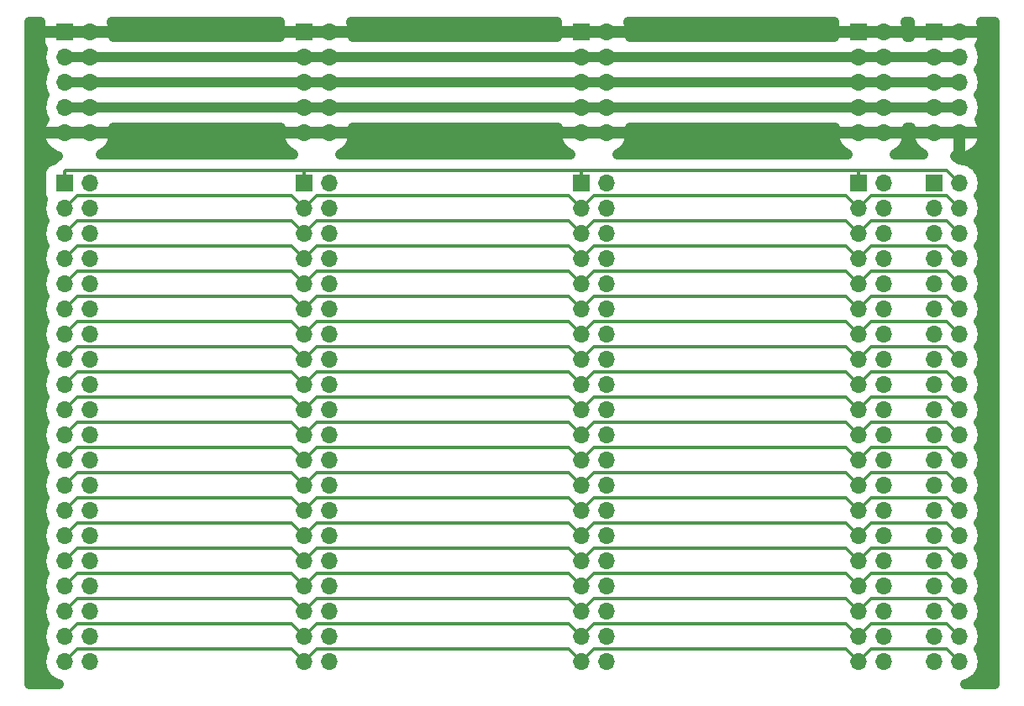
<source format=gbr>
G04 #@! TF.GenerationSoftware,KiCad,Pcbnew,(5.1.4)-1*
G04 #@! TF.CreationDate,2019-12-08T17:51:34+02:00*
G04 #@! TF.ProjectId,Backplane,4261636b-706c-4616-9e65-2e6b69636164,rev?*
G04 #@! TF.SameCoordinates,PX2455c20PY5ad6650*
G04 #@! TF.FileFunction,Copper,L1,Top*
G04 #@! TF.FilePolarity,Positive*
%FSLAX46Y46*%
G04 Gerber Fmt 4.6, Leading zero omitted, Abs format (unit mm)*
G04 Created by KiCad (PCBNEW (5.1.4)-1) date 2019-12-08 17:51:34*
%MOMM*%
%LPD*%
G04 APERTURE LIST*
%ADD10O,1.700000X1.700000*%
%ADD11R,1.700000X1.700000*%
%ADD12C,1.000000*%
%ADD13C,0.300000*%
G04 APERTURE END LIST*
D10*
X7620000Y3810000D03*
X5080000Y3810000D03*
X7620000Y6350000D03*
X5080000Y6350000D03*
X7620000Y8890000D03*
X5080000Y8890000D03*
X7620000Y11430000D03*
X5080000Y11430000D03*
X7620000Y13970000D03*
X5080000Y13970000D03*
X7620000Y16510000D03*
X5080000Y16510000D03*
X7620000Y19050000D03*
X5080000Y19050000D03*
X7620000Y21590000D03*
X5080000Y21590000D03*
X7620000Y24130000D03*
X5080000Y24130000D03*
X7620000Y26670000D03*
X5080000Y26670000D03*
X7620000Y29210000D03*
X5080000Y29210000D03*
X7620000Y31750000D03*
X5080000Y31750000D03*
X7620000Y34290000D03*
X5080000Y34290000D03*
X7620000Y36830000D03*
X5080000Y36830000D03*
X7620000Y39370000D03*
X5080000Y39370000D03*
X7620000Y41910000D03*
X5080000Y41910000D03*
X7620000Y44450000D03*
X5080000Y44450000D03*
X7620000Y46990000D03*
X5080000Y46990000D03*
X7620000Y49530000D03*
X5080000Y49530000D03*
X7620000Y52070000D03*
D11*
X5080000Y52070000D03*
D10*
X95250000Y3810000D03*
X92710000Y3810000D03*
X95250000Y6350000D03*
X92710000Y6350000D03*
X95250000Y8890000D03*
X92710000Y8890000D03*
X95250000Y11430000D03*
X92710000Y11430000D03*
X95250000Y13970000D03*
X92710000Y13970000D03*
X95250000Y16510000D03*
X92710000Y16510000D03*
X95250000Y19050000D03*
X92710000Y19050000D03*
X95250000Y21590000D03*
X92710000Y21590000D03*
X95250000Y24130000D03*
X92710000Y24130000D03*
X95250000Y26670000D03*
X92710000Y26670000D03*
X95250000Y29210000D03*
X92710000Y29210000D03*
X95250000Y31750000D03*
X92710000Y31750000D03*
X95250000Y34290000D03*
X92710000Y34290000D03*
X95250000Y36830000D03*
X92710000Y36830000D03*
X95250000Y39370000D03*
X92710000Y39370000D03*
X95250000Y41910000D03*
X92710000Y41910000D03*
X95250000Y44450000D03*
X92710000Y44450000D03*
X95250000Y46990000D03*
X92710000Y46990000D03*
X95250000Y49530000D03*
X92710000Y49530000D03*
X95250000Y52070000D03*
D11*
X92710000Y52070000D03*
D10*
X95250000Y57150000D03*
X92710000Y57150000D03*
X95250000Y59690000D03*
X92710000Y59690000D03*
X95250000Y62230000D03*
X92710000Y62230000D03*
X95250000Y64770000D03*
X92710000Y64770000D03*
X95250000Y67310000D03*
D11*
X92710000Y67310000D03*
D10*
X7620000Y57150000D03*
X5080000Y57150000D03*
X7620000Y59690000D03*
X5080000Y59690000D03*
X7620000Y62230000D03*
X5080000Y62230000D03*
X7620000Y64770000D03*
X5080000Y64770000D03*
X7620000Y67310000D03*
D11*
X5080000Y67310000D03*
X85090000Y52070000D03*
D10*
X87630000Y52070000D03*
X85090000Y49530000D03*
X87630000Y49530000D03*
X85090000Y46990000D03*
X87630000Y46990000D03*
X85090000Y44450000D03*
X87630000Y44450000D03*
X85090000Y41910000D03*
X87630000Y41910000D03*
X85090000Y39370000D03*
X87630000Y39370000D03*
X85090000Y36830000D03*
X87630000Y36830000D03*
X85090000Y34290000D03*
X87630000Y34290000D03*
X85090000Y31750000D03*
X87630000Y31750000D03*
X85090000Y29210000D03*
X87630000Y29210000D03*
X85090000Y26670000D03*
X87630000Y26670000D03*
X85090000Y24130000D03*
X87630000Y24130000D03*
X85090000Y21590000D03*
X87630000Y21590000D03*
X85090000Y19050000D03*
X87630000Y19050000D03*
X85090000Y16510000D03*
X87630000Y16510000D03*
X85090000Y13970000D03*
X87630000Y13970000D03*
X85090000Y11430000D03*
X87630000Y11430000D03*
X85090000Y8890000D03*
X87630000Y8890000D03*
X85090000Y6350000D03*
X87630000Y6350000D03*
X85090000Y3810000D03*
X87630000Y3810000D03*
X59690000Y3810000D03*
X57150000Y3810000D03*
X59690000Y6350000D03*
X57150000Y6350000D03*
X59690000Y8890000D03*
X57150000Y8890000D03*
X59690000Y11430000D03*
X57150000Y11430000D03*
X59690000Y13970000D03*
X57150000Y13970000D03*
X59690000Y16510000D03*
X57150000Y16510000D03*
X59690000Y19050000D03*
X57150000Y19050000D03*
X59690000Y21590000D03*
X57150000Y21590000D03*
X59690000Y24130000D03*
X57150000Y24130000D03*
X59690000Y26670000D03*
X57150000Y26670000D03*
X59690000Y29210000D03*
X57150000Y29210000D03*
X59690000Y31750000D03*
X57150000Y31750000D03*
X59690000Y34290000D03*
X57150000Y34290000D03*
X59690000Y36830000D03*
X57150000Y36830000D03*
X59690000Y39370000D03*
X57150000Y39370000D03*
X59690000Y41910000D03*
X57150000Y41910000D03*
X59690000Y44450000D03*
X57150000Y44450000D03*
X59690000Y46990000D03*
X57150000Y46990000D03*
X59690000Y49530000D03*
X57150000Y49530000D03*
X59690000Y52070000D03*
D11*
X57150000Y52070000D03*
X29210000Y52070000D03*
D10*
X31750000Y52070000D03*
X29210000Y49530000D03*
X31750000Y49530000D03*
X29210000Y46990000D03*
X31750000Y46990000D03*
X29210000Y44450000D03*
X31750000Y44450000D03*
X29210000Y41910000D03*
X31750000Y41910000D03*
X29210000Y39370000D03*
X31750000Y39370000D03*
X29210000Y36830000D03*
X31750000Y36830000D03*
X29210000Y34290000D03*
X31750000Y34290000D03*
X29210000Y31750000D03*
X31750000Y31750000D03*
X29210000Y29210000D03*
X31750000Y29210000D03*
X29210000Y26670000D03*
X31750000Y26670000D03*
X29210000Y24130000D03*
X31750000Y24130000D03*
X29210000Y21590000D03*
X31750000Y21590000D03*
X29210000Y19050000D03*
X31750000Y19050000D03*
X29210000Y16510000D03*
X31750000Y16510000D03*
X29210000Y13970000D03*
X31750000Y13970000D03*
X29210000Y11430000D03*
X31750000Y11430000D03*
X29210000Y8890000D03*
X31750000Y8890000D03*
X29210000Y6350000D03*
X31750000Y6350000D03*
X29210000Y3810000D03*
X31750000Y3810000D03*
D11*
X85090000Y67310000D03*
D10*
X87630000Y67310000D03*
X85090000Y64770000D03*
X87630000Y64770000D03*
X85090000Y62230000D03*
X87630000Y62230000D03*
X85090000Y59690000D03*
X87630000Y59690000D03*
X85090000Y57150000D03*
X87630000Y57150000D03*
X59690000Y57150000D03*
X57150000Y57150000D03*
X59690000Y59690000D03*
X57150000Y59690000D03*
X59690000Y62230000D03*
X57150000Y62230000D03*
X59690000Y64770000D03*
X57150000Y64770000D03*
X59690000Y67310000D03*
D11*
X57150000Y67310000D03*
X29210000Y67310000D03*
D10*
X31750000Y67310000D03*
X29210000Y64770000D03*
X31750000Y64770000D03*
X29210000Y62230000D03*
X31750000Y62230000D03*
X29210000Y59690000D03*
X31750000Y59690000D03*
X29210000Y57150000D03*
X31750000Y57150000D03*
D12*
X95250000Y62230000D02*
X92710000Y62230000D01*
X92710000Y62230000D02*
X87630000Y62230000D01*
X87630000Y62230000D02*
X85090000Y62230000D01*
X85090000Y62230000D02*
X59690000Y62230000D01*
X59690000Y62230000D02*
X57150000Y62230000D01*
X29210000Y62230000D02*
X31750000Y62230000D01*
X31750000Y62230000D02*
X57150000Y62230000D01*
X5080000Y62230000D02*
X7620000Y62230000D01*
X7620000Y62230000D02*
X29210000Y62230000D01*
X95250000Y64770000D02*
X92710000Y64770000D01*
X92710000Y64770000D02*
X87630000Y64770000D01*
X85090000Y64770000D02*
X59690000Y64770000D01*
X87630000Y64770000D02*
X85090000Y64770000D01*
X57150000Y64770000D02*
X59690000Y64770000D01*
X57150000Y64770000D02*
X31750000Y64770000D01*
X31750000Y64770000D02*
X29210000Y64770000D01*
X29210000Y64770000D02*
X7620000Y64770000D01*
X7620000Y64770000D02*
X5080000Y64770000D01*
D13*
X85939999Y17359999D02*
X85090000Y16510000D01*
X86340001Y17760001D02*
X85939999Y17359999D01*
X93999999Y17760001D02*
X86340001Y17760001D01*
X95250000Y16510000D02*
X93999999Y17760001D01*
X57999999Y17359999D02*
X57150000Y16510000D01*
X58400001Y17760001D02*
X57999999Y17359999D01*
X83839999Y17760001D02*
X58400001Y17760001D01*
X85090000Y16510000D02*
X83839999Y17760001D01*
X30059999Y17359999D02*
X29210000Y16510000D01*
X30460001Y17760001D02*
X30059999Y17359999D01*
X55899999Y17760001D02*
X30460001Y17760001D01*
X57150000Y16510000D02*
X55899999Y17760001D01*
X5929999Y17359999D02*
X5080000Y16510000D01*
X6330001Y17760001D02*
X5929999Y17359999D01*
X27959999Y17760001D02*
X6330001Y17760001D01*
X29210000Y16510000D02*
X27959999Y17760001D01*
X85939999Y19899999D02*
X85090000Y19050000D01*
X86340001Y20300001D02*
X85939999Y19899999D01*
X93999999Y20300001D02*
X86340001Y20300001D01*
X95250000Y19050000D02*
X93999999Y20300001D01*
X57999999Y19899999D02*
X57150000Y19050000D01*
X58400001Y20300001D02*
X57999999Y19899999D01*
X83839999Y20300001D02*
X58400001Y20300001D01*
X85090000Y19050000D02*
X83839999Y20300001D01*
X30059999Y19899999D02*
X29210000Y19050000D01*
X30460001Y20300001D02*
X30059999Y19899999D01*
X55899999Y20300001D02*
X30460001Y20300001D01*
X57150000Y19050000D02*
X55899999Y20300001D01*
X5929999Y19899999D02*
X5080000Y19050000D01*
X6330001Y20300001D02*
X5929999Y19899999D01*
X27959999Y20300001D02*
X6330001Y20300001D01*
X29210000Y19050000D02*
X27959999Y20300001D01*
X85939999Y24979999D02*
X85090000Y24130000D01*
X86340001Y25380001D02*
X85939999Y24979999D01*
X93999999Y25380001D02*
X86340001Y25380001D01*
X95250000Y24130000D02*
X93999999Y25380001D01*
X57999999Y24979999D02*
X57150000Y24130000D01*
X58400001Y25380001D02*
X57999999Y24979999D01*
X83839999Y25380001D02*
X58400001Y25380001D01*
X85090000Y24130000D02*
X83839999Y25380001D01*
X30059999Y24979999D02*
X29210000Y24130000D01*
X30460001Y25380001D02*
X30059999Y24979999D01*
X55899999Y25380001D02*
X30460001Y25380001D01*
X57150000Y24130000D02*
X55899999Y25380001D01*
X5929999Y24979999D02*
X5080000Y24130000D01*
X6330001Y25380001D02*
X5929999Y24979999D01*
X27959999Y25380001D02*
X6330001Y25380001D01*
X29210000Y24130000D02*
X27959999Y25380001D01*
X85939999Y27519999D02*
X85090000Y26670000D01*
X86340001Y27920001D02*
X85939999Y27519999D01*
X93999999Y27920001D02*
X86340001Y27920001D01*
X95250000Y26670000D02*
X93999999Y27920001D01*
X57999999Y27519999D02*
X57150000Y26670000D01*
X58400001Y27920001D02*
X57999999Y27519999D01*
X83839999Y27920001D02*
X58400001Y27920001D01*
X85090000Y26670000D02*
X83839999Y27920001D01*
X30059999Y27519999D02*
X29210000Y26670000D01*
X30460001Y27920001D02*
X30059999Y27519999D01*
X55899999Y27920001D02*
X30460001Y27920001D01*
X57150000Y26670000D02*
X55899999Y27920001D01*
X5929999Y27519999D02*
X5080000Y26670000D01*
X6330001Y27920001D02*
X5929999Y27519999D01*
X27959999Y27920001D02*
X6330001Y27920001D01*
X29210000Y26670000D02*
X27959999Y27920001D01*
X85939999Y30059999D02*
X85090000Y29210000D01*
X86340001Y30460001D02*
X85939999Y30059999D01*
X93999999Y30460001D02*
X86340001Y30460001D01*
X95250000Y29210000D02*
X93999999Y30460001D01*
X57999999Y30059999D02*
X57150000Y29210000D01*
X58400001Y30460001D02*
X57999999Y30059999D01*
X83839999Y30460001D02*
X58400001Y30460001D01*
X85090000Y29210000D02*
X83839999Y30460001D01*
X30059999Y30059999D02*
X29210000Y29210000D01*
X30460001Y30460001D02*
X30059999Y30059999D01*
X55899999Y30460001D02*
X30460001Y30460001D01*
X57150000Y29210000D02*
X55899999Y30460001D01*
X5929999Y30059999D02*
X5080000Y29210000D01*
X6330001Y30460001D02*
X5929999Y30059999D01*
X27959999Y30460001D02*
X6330001Y30460001D01*
X29210000Y29210000D02*
X27959999Y30460001D01*
X85939999Y32599999D02*
X85090000Y31750000D01*
X86340001Y33000001D02*
X85939999Y32599999D01*
X93999999Y33000001D02*
X86340001Y33000001D01*
X95250000Y31750000D02*
X93999999Y33000001D01*
X57999999Y32599999D02*
X57150000Y31750000D01*
X58400001Y33000001D02*
X57999999Y32599999D01*
X83839999Y33000001D02*
X58400001Y33000001D01*
X85090000Y31750000D02*
X83839999Y33000001D01*
X30059999Y32599999D02*
X29210000Y31750000D01*
X30460001Y33000001D02*
X30059999Y32599999D01*
X55899999Y33000001D02*
X30460001Y33000001D01*
X57150000Y31750000D02*
X55899999Y33000001D01*
X5929999Y32599999D02*
X5080000Y31750000D01*
X6330001Y33000001D02*
X5929999Y32599999D01*
X27959999Y33000001D02*
X6330001Y33000001D01*
X29210000Y31750000D02*
X27959999Y33000001D01*
X85939999Y35139999D02*
X85090000Y34290000D01*
X86340001Y35540001D02*
X85939999Y35139999D01*
X93999999Y35540001D02*
X86340001Y35540001D01*
X95250000Y34290000D02*
X93999999Y35540001D01*
X57999999Y35139999D02*
X57150000Y34290000D01*
X58400001Y35540001D02*
X57999999Y35139999D01*
X83839999Y35540001D02*
X58400001Y35540001D01*
X85090000Y34290000D02*
X83839999Y35540001D01*
X30059999Y35139999D02*
X29210000Y34290000D01*
X30460001Y35540001D02*
X30059999Y35139999D01*
X55899999Y35540001D02*
X30460001Y35540001D01*
X57150000Y34290000D02*
X55899999Y35540001D01*
X5929999Y35139999D02*
X5080000Y34290000D01*
X6330001Y35540001D02*
X5929999Y35139999D01*
X27959999Y35540001D02*
X6330001Y35540001D01*
X29210000Y34290000D02*
X27959999Y35540001D01*
X85939999Y37679999D02*
X85090000Y36830000D01*
X86340001Y38080001D02*
X85939999Y37679999D01*
X93999999Y38080001D02*
X86340001Y38080001D01*
X95250000Y36830000D02*
X93999999Y38080001D01*
X57999999Y37679999D02*
X57150000Y36830000D01*
X58400001Y38080001D02*
X57999999Y37679999D01*
X83839999Y38080001D02*
X58400001Y38080001D01*
X85090000Y36830000D02*
X83839999Y38080001D01*
X30059999Y37679999D02*
X29210000Y36830000D01*
X30460001Y38080001D02*
X30059999Y37679999D01*
X55899999Y38080001D02*
X30460001Y38080001D01*
X57150000Y36830000D02*
X55899999Y38080001D01*
X5929999Y37679999D02*
X5080000Y36830000D01*
X6330001Y38080001D02*
X5929999Y37679999D01*
X27959999Y38080001D02*
X6330001Y38080001D01*
X29210000Y36830000D02*
X27959999Y38080001D01*
X85939999Y40219999D02*
X85090000Y39370000D01*
X86340001Y40620001D02*
X85939999Y40219999D01*
X93999999Y40620001D02*
X86340001Y40620001D01*
X95250000Y39370000D02*
X93999999Y40620001D01*
X57999999Y40219999D02*
X57150000Y39370000D01*
X58400001Y40620001D02*
X57999999Y40219999D01*
X83839999Y40620001D02*
X58400001Y40620001D01*
X85090000Y39370000D02*
X83839999Y40620001D01*
X30059999Y40219999D02*
X29210000Y39370000D01*
X30460001Y40620001D02*
X30059999Y40219999D01*
X55899999Y40620001D02*
X30460001Y40620001D01*
X57150000Y39370000D02*
X55899999Y40620001D01*
X5929999Y40219999D02*
X5080000Y39370000D01*
X6330001Y40620001D02*
X5929999Y40219999D01*
X27959999Y40620001D02*
X6330001Y40620001D01*
X29210000Y39370000D02*
X27959999Y40620001D01*
X85939999Y42759999D02*
X85090000Y41910000D01*
X86340001Y43160001D02*
X85939999Y42759999D01*
X93999999Y43160001D02*
X86340001Y43160001D01*
X95250000Y41910000D02*
X93999999Y43160001D01*
X58400001Y43160001D02*
X57150000Y41910000D01*
X85090000Y41910000D02*
X83839999Y43160001D01*
X83839999Y43160001D02*
X58400001Y43160001D01*
X30059999Y42759999D02*
X29210000Y41910000D01*
X30460001Y43160001D02*
X30059999Y42759999D01*
X55899999Y43160001D02*
X30460001Y43160001D01*
X57150000Y41910000D02*
X55899999Y43160001D01*
X5929999Y42759999D02*
X5080000Y41910000D01*
X6330001Y43160001D02*
X5929999Y42759999D01*
X27959999Y43160001D02*
X6330001Y43160001D01*
X29210000Y41910000D02*
X27959999Y43160001D01*
X85939999Y45299999D02*
X85090000Y44450000D01*
X86379999Y45739999D02*
X85939999Y45299999D01*
X93960001Y45739999D02*
X86379999Y45739999D01*
X95250000Y44450000D02*
X93960001Y45739999D01*
X57999999Y45299999D02*
X57150000Y44450000D01*
X58400001Y45700001D02*
X57999999Y45299999D01*
X83839999Y45700001D02*
X58400001Y45700001D01*
X85090000Y44450000D02*
X83839999Y45700001D01*
X30059999Y45299999D02*
X29210000Y44450000D01*
X30460001Y45700001D02*
X30059999Y45299999D01*
X55899999Y45700001D02*
X30460001Y45700001D01*
X57150000Y44450000D02*
X55899999Y45700001D01*
X5929999Y45299999D02*
X5080000Y44450000D01*
X6330001Y45700001D02*
X5929999Y45299999D01*
X27959999Y45700001D02*
X6330001Y45700001D01*
X29210000Y44450000D02*
X27959999Y45700001D01*
X85939999Y47839999D02*
X85090000Y46990000D01*
X86360000Y48260000D02*
X85939999Y47839999D01*
X93980000Y48260000D02*
X86360000Y48260000D01*
X95250000Y46990000D02*
X93980000Y48260000D01*
X57999999Y47839999D02*
X57150000Y46990000D01*
X58400001Y48240001D02*
X57999999Y47839999D01*
X83839999Y48240001D02*
X58400001Y48240001D01*
X85090000Y46990000D02*
X83839999Y48240001D01*
X30059999Y47839999D02*
X29210000Y46990000D01*
X30460001Y48240001D02*
X30059999Y47839999D01*
X55899999Y48240001D02*
X30460001Y48240001D01*
X57150000Y46990000D02*
X55899999Y48240001D01*
X5929999Y47839999D02*
X5080000Y46990000D01*
X6330001Y48240001D02*
X5929999Y47839999D01*
X27959999Y48240001D02*
X6330001Y48240001D01*
X29210000Y46990000D02*
X27959999Y48240001D01*
X85939999Y50379999D02*
X85090000Y49530000D01*
X86340001Y50780001D02*
X85939999Y50379999D01*
X93999999Y50780001D02*
X86340001Y50780001D01*
X95250000Y49530000D02*
X93999999Y50780001D01*
X57999999Y50379999D02*
X57150000Y49530000D01*
X58400001Y50780001D02*
X57999999Y50379999D01*
X83839999Y50780001D02*
X58400001Y50780001D01*
X85090000Y49530000D02*
X83839999Y50780001D01*
X30059999Y50379999D02*
X29210000Y49530000D01*
X30460001Y50780001D02*
X30059999Y50379999D01*
X55899999Y50780001D02*
X30460001Y50780001D01*
X57150000Y49530000D02*
X55899999Y50780001D01*
X5929999Y50379999D02*
X5080000Y49530000D01*
X6330001Y50780001D02*
X5929999Y50379999D01*
X27959999Y50780001D02*
X6330001Y50780001D01*
X29210000Y49530000D02*
X27959999Y50780001D01*
X85090000Y53220000D02*
X85090000Y52070000D01*
X85190001Y53320001D02*
X85090000Y53220000D01*
X93999999Y53320001D02*
X85190001Y53320001D01*
X95250000Y52070000D02*
X93999999Y53320001D01*
X85090000Y53220000D02*
X84970000Y53340000D01*
X57150000Y53220000D02*
X57150000Y52070000D01*
X57250001Y53320001D02*
X57150000Y53220000D01*
X84950001Y53320001D02*
X57250001Y53320001D01*
X84970000Y53340000D02*
X84950001Y53320001D01*
X29210000Y53220000D02*
X29210000Y52070000D01*
X29330000Y53340000D02*
X29210000Y53220000D01*
X57030000Y53340000D02*
X29330000Y53340000D01*
X57150000Y53220000D02*
X57030000Y53340000D01*
X29210000Y53220000D02*
X29090000Y53340000D01*
X29090000Y53340000D02*
X26670000Y53340000D01*
X5080000Y53220000D02*
X5080000Y52070000D01*
X5180001Y53320001D02*
X5080000Y53220000D01*
X26650001Y53320001D02*
X5180001Y53320001D01*
X26670000Y53340000D02*
X26650001Y53320001D01*
X85939999Y14819999D02*
X85090000Y13970000D01*
X86340001Y15220001D02*
X85939999Y14819999D01*
X93999999Y15220001D02*
X86340001Y15220001D01*
X95250000Y13970000D02*
X93999999Y15220001D01*
X57999999Y14819999D02*
X57150000Y13970000D01*
X58400001Y15220001D02*
X57999999Y14819999D01*
X83839999Y15220001D02*
X58400001Y15220001D01*
X85090000Y13970000D02*
X83839999Y15220001D01*
X30059999Y14819999D02*
X29210000Y13970000D01*
X30460001Y15220001D02*
X30059999Y14819999D01*
X55899999Y15220001D02*
X30460001Y15220001D01*
X57150000Y13970000D02*
X55899999Y15220001D01*
X5929999Y14819999D02*
X5080000Y13970000D01*
X6330001Y15220001D02*
X5929999Y14819999D01*
X27959999Y15220001D02*
X6330001Y15220001D01*
X29210000Y13970000D02*
X27959999Y15220001D01*
X85939999Y12279999D02*
X85090000Y11430000D01*
X86340001Y12680001D02*
X85939999Y12279999D01*
X93999999Y12680001D02*
X86340001Y12680001D01*
X95250000Y11430000D02*
X93999999Y12680001D01*
X57999999Y12279999D02*
X57150000Y11430000D01*
X58400001Y12680001D02*
X57999999Y12279999D01*
X83839999Y12680001D02*
X58400001Y12680001D01*
X85090000Y11430000D02*
X83839999Y12680001D01*
X30059999Y12279999D02*
X29210000Y11430000D01*
X30460001Y12680001D02*
X30059999Y12279999D01*
X55899999Y12680001D02*
X30460001Y12680001D01*
X57150000Y11430000D02*
X55899999Y12680001D01*
X5929999Y12279999D02*
X5080000Y11430000D01*
X6330001Y12680001D02*
X5929999Y12279999D01*
X27959999Y12680001D02*
X6330001Y12680001D01*
X29210000Y11430000D02*
X27959999Y12680001D01*
X85939999Y22439999D02*
X85090000Y21590000D01*
X86340001Y22840001D02*
X85939999Y22439999D01*
X93999999Y22840001D02*
X86340001Y22840001D01*
X95250000Y21590000D02*
X93999999Y22840001D01*
X57999999Y22439999D02*
X57150000Y21590000D01*
X58400001Y22840001D02*
X57999999Y22439999D01*
X83839999Y22840001D02*
X58400001Y22840001D01*
X85090000Y21590000D02*
X83839999Y22840001D01*
X30059999Y22439999D02*
X29210000Y21590000D01*
X30460001Y22840001D02*
X30059999Y22439999D01*
X55899999Y22840001D02*
X30460001Y22840001D01*
X57150000Y21590000D02*
X55899999Y22840001D01*
X5929999Y22439999D02*
X5080000Y21590000D01*
X6330001Y22840001D02*
X5929999Y22439999D01*
X27959999Y22840001D02*
X6330001Y22840001D01*
X29210000Y21590000D02*
X27959999Y22840001D01*
D12*
X85090000Y59690000D02*
X87630000Y59690000D01*
X87630000Y59690000D02*
X92710000Y59690000D01*
X92710000Y59690000D02*
X95250000Y59690000D01*
X57150000Y59690000D02*
X59690000Y59690000D01*
X59690000Y59690000D02*
X85090000Y59690000D01*
X57150000Y59690000D02*
X31750000Y59690000D01*
X31750000Y59690000D02*
X29210000Y59690000D01*
X29210000Y59690000D02*
X7620000Y59690000D01*
X7620000Y59690000D02*
X5080000Y59690000D01*
D13*
X85939999Y9739999D02*
X85090000Y8890000D01*
X86340001Y10140001D02*
X85939999Y9739999D01*
X93999999Y10140001D02*
X86340001Y10140001D01*
X95250000Y8890000D02*
X93999999Y10140001D01*
X57999999Y9739999D02*
X57150000Y8890000D01*
X58400001Y10140001D02*
X57999999Y9739999D01*
X83839999Y10140001D02*
X58400001Y10140001D01*
X85090000Y8890000D02*
X83839999Y10140001D01*
X30059999Y9739999D02*
X29210000Y8890000D01*
X30460001Y10140001D02*
X30059999Y9739999D01*
X55899999Y10140001D02*
X30460001Y10140001D01*
X57150000Y8890000D02*
X55899999Y10140001D01*
X5929999Y9739999D02*
X5080000Y8890000D01*
X6330001Y10140001D02*
X5929999Y9739999D01*
X27959999Y10140001D02*
X6330001Y10140001D01*
X29210000Y8890000D02*
X27959999Y10140001D01*
X85939999Y7199999D02*
X85090000Y6350000D01*
X86340001Y7600001D02*
X85939999Y7199999D01*
X93999999Y7600001D02*
X86340001Y7600001D01*
X95250000Y6350000D02*
X93999999Y7600001D01*
X58400001Y7600001D02*
X57150000Y6350000D01*
X85090000Y6350000D02*
X83839999Y7600001D01*
X83839999Y7600001D02*
X58400001Y7600001D01*
X30059999Y7199999D02*
X29210000Y6350000D01*
X30460001Y7600001D02*
X30059999Y7199999D01*
X55899999Y7600001D02*
X30460001Y7600001D01*
X57150000Y6350000D02*
X55899999Y7600001D01*
X5929999Y7199999D02*
X5080000Y6350000D01*
X6330001Y7600001D02*
X5929999Y7199999D01*
X27959999Y7600001D02*
X6330001Y7600001D01*
X29210000Y6350000D02*
X27959999Y7600001D01*
X85939999Y4659999D02*
X85090000Y3810000D01*
X86340001Y5060001D02*
X85939999Y4659999D01*
X93999999Y5060001D02*
X86340001Y5060001D01*
X95250000Y3810000D02*
X93999999Y5060001D01*
X57999999Y4659999D02*
X57150000Y3810000D01*
X58400001Y5060001D02*
X57999999Y4659999D01*
X83839999Y5060001D02*
X58400001Y5060001D01*
X85090000Y3810000D02*
X83839999Y5060001D01*
X30059999Y4659999D02*
X29210000Y3810000D01*
X30460001Y5060001D02*
X30059999Y4659999D01*
X55899999Y5060001D02*
X30460001Y5060001D01*
X57150000Y3810000D02*
X55899999Y5060001D01*
X5929999Y4659999D02*
X5080000Y3810000D01*
X6330001Y5060001D02*
X5929999Y4659999D01*
X27959999Y5060001D02*
X6330001Y5060001D01*
X29210000Y3810000D02*
X27959999Y5060001D01*
D12*
G36*
X2622258Y68160000D02*
G01*
X2630000Y67760000D01*
X3030000Y67360000D01*
X5030000Y67360000D01*
X5030000Y67380000D01*
X5130000Y67380000D01*
X5130000Y67360000D01*
X7570000Y67360000D01*
X7570000Y67380000D01*
X7670000Y67380000D01*
X7670000Y67360000D01*
X9669390Y67360000D01*
X10031511Y67742569D01*
X10013483Y67833204D01*
X9865421Y68290096D01*
X9845909Y68325000D01*
X26768509Y68325000D01*
X26752258Y68160000D01*
X26760000Y67760000D01*
X27160000Y67360000D01*
X29160000Y67360000D01*
X29160000Y67380000D01*
X29260000Y67380000D01*
X29260000Y67360000D01*
X31700000Y67360000D01*
X31700000Y67380000D01*
X31800000Y67380000D01*
X31800000Y67360000D01*
X33799390Y67360000D01*
X34161511Y67742569D01*
X34143483Y67833204D01*
X33995421Y68290096D01*
X33975909Y68325000D01*
X54708509Y68325000D01*
X54692258Y68160000D01*
X54700000Y67760000D01*
X55100000Y67360000D01*
X57100000Y67360000D01*
X57100000Y67380000D01*
X57200000Y67380000D01*
X57200000Y67360000D01*
X59640000Y67360000D01*
X59640000Y67380000D01*
X59740000Y67380000D01*
X59740000Y67360000D01*
X61739390Y67360000D01*
X62101511Y67742569D01*
X62083483Y67833204D01*
X61935421Y68290096D01*
X61915909Y68325000D01*
X82648509Y68325000D01*
X82632258Y68160000D01*
X82640000Y67760000D01*
X83040000Y67360000D01*
X85040000Y67360000D01*
X85040000Y67380000D01*
X85140000Y67380000D01*
X85140000Y67360000D01*
X87580000Y67360000D01*
X87580000Y67380000D01*
X87680000Y67380000D01*
X87680000Y67360000D01*
X89679390Y67360000D01*
X90041511Y67742569D01*
X90023483Y67833204D01*
X89875421Y68290096D01*
X89855909Y68325000D01*
X90268509Y68325000D01*
X90252258Y68160000D01*
X90260000Y67760000D01*
X90660000Y67360000D01*
X92660000Y67360000D01*
X92660000Y67380000D01*
X92760000Y67380000D01*
X92760000Y67360000D01*
X95200000Y67360000D01*
X95200000Y67380000D01*
X95300000Y67380000D01*
X95300000Y67360000D01*
X97299390Y67360000D01*
X97661511Y67742569D01*
X97643483Y67833204D01*
X97495421Y68290096D01*
X97475909Y68325000D01*
X98805000Y68325000D01*
X98805001Y1525000D01*
X95812863Y1525000D01*
X96153657Y1628379D01*
X96561907Y1846593D01*
X96919741Y2140259D01*
X97213407Y2498093D01*
X97431621Y2906343D01*
X97565997Y3349320D01*
X97611370Y3810000D01*
X97565997Y4270680D01*
X97431621Y4713657D01*
X97235807Y5080000D01*
X97431621Y5446343D01*
X97565997Y5889320D01*
X97611370Y6350000D01*
X97565997Y6810680D01*
X97431621Y7253657D01*
X97235807Y7620000D01*
X97431621Y7986343D01*
X97565997Y8429320D01*
X97611370Y8890000D01*
X97565997Y9350680D01*
X97431621Y9793657D01*
X97235807Y10160000D01*
X97431621Y10526343D01*
X97565997Y10969320D01*
X97611370Y11430000D01*
X97565997Y11890680D01*
X97431621Y12333657D01*
X97235807Y12700000D01*
X97431621Y13066343D01*
X97565997Y13509320D01*
X97611370Y13970000D01*
X97565997Y14430680D01*
X97431621Y14873657D01*
X97235807Y15240000D01*
X97431621Y15606343D01*
X97565997Y16049320D01*
X97611370Y16510000D01*
X97565997Y16970680D01*
X97431621Y17413657D01*
X97235807Y17780000D01*
X97431621Y18146343D01*
X97565997Y18589320D01*
X97611370Y19050000D01*
X97565997Y19510680D01*
X97431621Y19953657D01*
X97235807Y20320000D01*
X97431621Y20686343D01*
X97565997Y21129320D01*
X97611370Y21590000D01*
X97565997Y22050680D01*
X97431621Y22493657D01*
X97235807Y22860000D01*
X97431621Y23226343D01*
X97565997Y23669320D01*
X97611370Y24130000D01*
X97565997Y24590680D01*
X97431621Y25033657D01*
X97235807Y25400000D01*
X97431621Y25766343D01*
X97565997Y26209320D01*
X97611370Y26670000D01*
X97565997Y27130680D01*
X97431621Y27573657D01*
X97235807Y27940000D01*
X97431621Y28306343D01*
X97565997Y28749320D01*
X97611370Y29210000D01*
X97565997Y29670680D01*
X97431621Y30113657D01*
X97235807Y30480000D01*
X97431621Y30846343D01*
X97565997Y31289320D01*
X97611370Y31750000D01*
X97565997Y32210680D01*
X97431621Y32653657D01*
X97235807Y33020000D01*
X97431621Y33386343D01*
X97565997Y33829320D01*
X97611370Y34290000D01*
X97565997Y34750680D01*
X97431621Y35193657D01*
X97235807Y35560000D01*
X97431621Y35926343D01*
X97565997Y36369320D01*
X97611370Y36830000D01*
X97565997Y37290680D01*
X97431621Y37733657D01*
X97235807Y38100000D01*
X97431621Y38466343D01*
X97565997Y38909320D01*
X97611370Y39370000D01*
X97565997Y39830680D01*
X97431621Y40273657D01*
X97235807Y40640000D01*
X97431621Y41006343D01*
X97565997Y41449320D01*
X97611370Y41910000D01*
X97565997Y42370680D01*
X97431621Y42813657D01*
X97235807Y43180000D01*
X97431621Y43546343D01*
X97565997Y43989320D01*
X97611370Y44450000D01*
X97565997Y44910680D01*
X97431621Y45353657D01*
X97235807Y45720000D01*
X97431621Y46086343D01*
X97565997Y46529320D01*
X97611370Y46990000D01*
X97565997Y47450680D01*
X97431621Y47893657D01*
X97235807Y48260000D01*
X97431621Y48626343D01*
X97565997Y49069320D01*
X97611370Y49530000D01*
X97565997Y49990680D01*
X97431621Y50433657D01*
X97235807Y50800000D01*
X97431621Y51166343D01*
X97565997Y51609320D01*
X97611370Y52070000D01*
X97565997Y52530680D01*
X97431621Y52973657D01*
X97213407Y53381907D01*
X96919741Y53739741D01*
X96561907Y54033407D01*
X96153657Y54251621D01*
X95710680Y54385997D01*
X95365442Y54420000D01*
X95233451Y54420000D01*
X95224043Y54429408D01*
X95172370Y54492372D01*
X94921125Y54698563D01*
X94827899Y54748394D01*
X95200000Y55100509D01*
X95200000Y57100000D01*
X95300000Y57100000D01*
X95300000Y55100509D01*
X95682569Y54738488D01*
X96144720Y54869215D01*
X96572487Y55087591D01*
X96949432Y55385224D01*
X97261069Y55750676D01*
X97495421Y56169904D01*
X97643483Y56626796D01*
X97661511Y56717431D01*
X97299390Y57100000D01*
X95300000Y57100000D01*
X95200000Y57100000D01*
X92760000Y57100000D01*
X92760000Y57080000D01*
X92660000Y57080000D01*
X92660000Y57100000D01*
X90660610Y57100000D01*
X90298489Y56717431D01*
X90316517Y56626796D01*
X90464579Y56169904D01*
X90698931Y55750676D01*
X91010568Y55385224D01*
X91387513Y55087591D01*
X91617855Y54970001D01*
X88722145Y54970001D01*
X88952487Y55087591D01*
X89329432Y55385224D01*
X89641069Y55750676D01*
X89875421Y56169904D01*
X90023483Y56626796D01*
X90041511Y56717431D01*
X89679390Y57100000D01*
X87680000Y57100000D01*
X87680000Y57080000D01*
X87580000Y57080000D01*
X87580000Y57100000D01*
X85140000Y57100000D01*
X85140000Y57080000D01*
X85040000Y57080000D01*
X85040000Y57100000D01*
X83040610Y57100000D01*
X82678489Y56717431D01*
X82696517Y56626796D01*
X82844579Y56169904D01*
X83078931Y55750676D01*
X83390568Y55385224D01*
X83767513Y55087591D01*
X83997855Y54970001D01*
X60782145Y54970001D01*
X61012487Y55087591D01*
X61389432Y55385224D01*
X61701069Y55750676D01*
X61935421Y56169904D01*
X62083483Y56626796D01*
X62101511Y56717431D01*
X61739390Y57100000D01*
X59740000Y57100000D01*
X59740000Y57080000D01*
X59640000Y57080000D01*
X59640000Y57100000D01*
X57200000Y57100000D01*
X57200000Y57080000D01*
X57100000Y57080000D01*
X57100000Y57100000D01*
X55100610Y57100000D01*
X54738489Y56717431D01*
X54756517Y56626796D01*
X54904579Y56169904D01*
X55138931Y55750676D01*
X55450568Y55385224D01*
X55827513Y55087591D01*
X56018680Y54990000D01*
X32881320Y54990000D01*
X33072487Y55087591D01*
X33449432Y55385224D01*
X33761069Y55750676D01*
X33995421Y56169904D01*
X34143483Y56626796D01*
X34161511Y56717431D01*
X33799390Y57100000D01*
X31800000Y57100000D01*
X31800000Y57080000D01*
X31700000Y57080000D01*
X31700000Y57100000D01*
X29260000Y57100000D01*
X29260000Y57080000D01*
X29160000Y57080000D01*
X29160000Y57100000D01*
X27160610Y57100000D01*
X26798489Y56717431D01*
X26816517Y56626796D01*
X26964579Y56169904D01*
X27198931Y55750676D01*
X27510568Y55385224D01*
X27887513Y55087591D01*
X28078680Y54990000D01*
X26751052Y54990000D01*
X26670000Y54997983D01*
X26588948Y54990000D01*
X26385897Y54970001D01*
X8712145Y54970001D01*
X8942487Y55087591D01*
X9319432Y55385224D01*
X9631069Y55750676D01*
X9865421Y56169904D01*
X10013483Y56626796D01*
X10031511Y56717431D01*
X9669390Y57100000D01*
X7670000Y57100000D01*
X7670000Y57080000D01*
X7570000Y57080000D01*
X7570000Y57100000D01*
X5130000Y57100000D01*
X5130000Y57080000D01*
X5030000Y57080000D01*
X5030000Y57100000D01*
X3030610Y57100000D01*
X2668489Y56717431D01*
X2686517Y56626796D01*
X2834579Y56169904D01*
X3068931Y55750676D01*
X3380568Y55385224D01*
X3757513Y55087591D01*
X4185280Y54869215D01*
X4442185Y54796545D01*
X4258875Y54698563D01*
X4007630Y54492372D01*
X3962554Y54437447D01*
X3907629Y54392371D01*
X3904715Y54388820D01*
X3653198Y54312524D01*
X3392613Y54173238D01*
X3164208Y53985792D01*
X2976762Y53757387D01*
X2837476Y53496802D01*
X2751705Y53214051D01*
X2722743Y52920000D01*
X2722743Y51220000D01*
X2751705Y50925949D01*
X2837476Y50643198D01*
X2923929Y50481457D01*
X2898379Y50433657D01*
X2764003Y49990680D01*
X2718630Y49530000D01*
X2764003Y49069320D01*
X2898379Y48626343D01*
X3094193Y48260000D01*
X2898379Y47893657D01*
X2764003Y47450680D01*
X2718630Y46990000D01*
X2764003Y46529320D01*
X2898379Y46086343D01*
X3094193Y45720000D01*
X2898379Y45353657D01*
X2764003Y44910680D01*
X2718630Y44450000D01*
X2764003Y43989320D01*
X2898379Y43546343D01*
X3094193Y43180000D01*
X2898379Y42813657D01*
X2764003Y42370680D01*
X2718630Y41910000D01*
X2764003Y41449320D01*
X2898379Y41006343D01*
X3094193Y40640000D01*
X2898379Y40273657D01*
X2764003Y39830680D01*
X2718630Y39370000D01*
X2764003Y38909320D01*
X2898379Y38466343D01*
X3094193Y38100000D01*
X2898379Y37733657D01*
X2764003Y37290680D01*
X2718630Y36830000D01*
X2764003Y36369320D01*
X2898379Y35926343D01*
X3094193Y35560000D01*
X2898379Y35193657D01*
X2764003Y34750680D01*
X2718630Y34290000D01*
X2764003Y33829320D01*
X2898379Y33386343D01*
X3094193Y33020000D01*
X2898379Y32653657D01*
X2764003Y32210680D01*
X2718630Y31750000D01*
X2764003Y31289320D01*
X2898379Y30846343D01*
X3094193Y30480000D01*
X2898379Y30113657D01*
X2764003Y29670680D01*
X2718630Y29210000D01*
X2764003Y28749320D01*
X2898379Y28306343D01*
X3094193Y27940000D01*
X2898379Y27573657D01*
X2764003Y27130680D01*
X2718630Y26670000D01*
X2764003Y26209320D01*
X2898379Y25766343D01*
X3094193Y25400000D01*
X2898379Y25033657D01*
X2764003Y24590680D01*
X2718630Y24130000D01*
X2764003Y23669320D01*
X2898379Y23226343D01*
X3094193Y22860000D01*
X2898379Y22493657D01*
X2764003Y22050680D01*
X2718630Y21590000D01*
X2764003Y21129320D01*
X2898379Y20686343D01*
X3094193Y20320000D01*
X2898379Y19953657D01*
X2764003Y19510680D01*
X2718630Y19050000D01*
X2764003Y18589320D01*
X2898379Y18146343D01*
X3094193Y17780000D01*
X2898379Y17413657D01*
X2764003Y16970680D01*
X2718630Y16510000D01*
X2764003Y16049320D01*
X2898379Y15606343D01*
X3094193Y15240000D01*
X2898379Y14873657D01*
X2764003Y14430680D01*
X2718630Y13970000D01*
X2764003Y13509320D01*
X2898379Y13066343D01*
X3094193Y12700000D01*
X2898379Y12333657D01*
X2764003Y11890680D01*
X2718630Y11430000D01*
X2764003Y10969320D01*
X2898379Y10526343D01*
X3094193Y10160000D01*
X2898379Y9793657D01*
X2764003Y9350680D01*
X2718630Y8890000D01*
X2764003Y8429320D01*
X2898379Y7986343D01*
X3094193Y7620000D01*
X2898379Y7253657D01*
X2764003Y6810680D01*
X2718630Y6350000D01*
X2764003Y5889320D01*
X2898379Y5446343D01*
X3094193Y5080000D01*
X2898379Y4713657D01*
X2764003Y4270680D01*
X2718630Y3810000D01*
X2764003Y3349320D01*
X2898379Y2906343D01*
X3116593Y2498093D01*
X3410259Y2140259D01*
X3768093Y1846593D01*
X4176343Y1628379D01*
X4517137Y1525000D01*
X1525000Y1525000D01*
X1525000Y66460000D01*
X2622258Y66460000D01*
X2653150Y66146345D01*
X2744640Y65844744D01*
X2875826Y65599311D01*
X2764003Y65230680D01*
X2718630Y64770000D01*
X2764003Y64309320D01*
X2898379Y63866343D01*
X3094193Y63500000D01*
X2898379Y63133657D01*
X2764003Y62690680D01*
X2718630Y62230000D01*
X2764003Y61769320D01*
X2898379Y61326343D01*
X3094193Y60960000D01*
X2898379Y60593657D01*
X2764003Y60150680D01*
X2718630Y59690000D01*
X2764003Y59229320D01*
X2898379Y58786343D01*
X3046508Y58509212D01*
X2834579Y58130096D01*
X2686517Y57673204D01*
X2668489Y57582569D01*
X3030610Y57200000D01*
X5030000Y57200000D01*
X5030000Y57220000D01*
X5130000Y57220000D01*
X5130000Y57200000D01*
X7570000Y57200000D01*
X7570000Y57220000D01*
X7670000Y57220000D01*
X7670000Y57200000D01*
X9669390Y57200000D01*
X10031511Y57582569D01*
X10013483Y57673204D01*
X10008040Y57690000D01*
X26821960Y57690000D01*
X26816517Y57673204D01*
X26798489Y57582569D01*
X27160610Y57200000D01*
X29160000Y57200000D01*
X29160000Y57220000D01*
X29260000Y57220000D01*
X29260000Y57200000D01*
X31700000Y57200000D01*
X31700000Y57220000D01*
X31800000Y57220000D01*
X31800000Y57200000D01*
X33799390Y57200000D01*
X34161511Y57582569D01*
X34143483Y57673204D01*
X34138040Y57690000D01*
X54761960Y57690000D01*
X54756517Y57673204D01*
X54738489Y57582569D01*
X55100610Y57200000D01*
X57100000Y57200000D01*
X57100000Y57220000D01*
X57200000Y57220000D01*
X57200000Y57200000D01*
X59640000Y57200000D01*
X59640000Y57220000D01*
X59740000Y57220000D01*
X59740000Y57200000D01*
X61739390Y57200000D01*
X62101511Y57582569D01*
X62083483Y57673204D01*
X62078040Y57690000D01*
X82701960Y57690000D01*
X82696517Y57673204D01*
X82678489Y57582569D01*
X83040610Y57200000D01*
X85040000Y57200000D01*
X85040000Y57220000D01*
X85140000Y57220000D01*
X85140000Y57200000D01*
X87580000Y57200000D01*
X87580000Y57220000D01*
X87680000Y57220000D01*
X87680000Y57200000D01*
X89679390Y57200000D01*
X90041511Y57582569D01*
X90023483Y57673204D01*
X90018040Y57690000D01*
X90321960Y57690000D01*
X90316517Y57673204D01*
X90298489Y57582569D01*
X90660610Y57200000D01*
X92660000Y57200000D01*
X92660000Y57220000D01*
X92760000Y57220000D01*
X92760000Y57200000D01*
X95200000Y57200000D01*
X95200000Y57220000D01*
X95300000Y57220000D01*
X95300000Y57200000D01*
X97299390Y57200000D01*
X97661511Y57582569D01*
X97643483Y57673204D01*
X97495421Y58130096D01*
X97283492Y58509212D01*
X97431621Y58786343D01*
X97565997Y59229320D01*
X97611370Y59690000D01*
X97565997Y60150680D01*
X97431621Y60593657D01*
X97235807Y60960000D01*
X97431621Y61326343D01*
X97565997Y61769320D01*
X97611370Y62230000D01*
X97565997Y62690680D01*
X97431621Y63133657D01*
X97235807Y63500000D01*
X97431621Y63866343D01*
X97565997Y64309320D01*
X97611370Y64770000D01*
X97565997Y65230680D01*
X97431621Y65673657D01*
X97283492Y65950788D01*
X97495421Y66329904D01*
X97643483Y66786796D01*
X97661511Y66877431D01*
X97299390Y67260000D01*
X95300000Y67260000D01*
X95300000Y67240000D01*
X95200000Y67240000D01*
X95200000Y67260000D01*
X92760000Y67260000D01*
X92760000Y67240000D01*
X92660000Y67240000D01*
X92660000Y67260000D01*
X90660000Y67260000D01*
X90260000Y66860000D01*
X90258258Y66770000D01*
X90018040Y66770000D01*
X90023483Y66786796D01*
X90041511Y66877431D01*
X89679390Y67260000D01*
X87680000Y67260000D01*
X87680000Y67240000D01*
X87580000Y67240000D01*
X87580000Y67260000D01*
X85140000Y67260000D01*
X85140000Y67240000D01*
X85040000Y67240000D01*
X85040000Y67260000D01*
X83040000Y67260000D01*
X82640000Y66860000D01*
X82638258Y66770000D01*
X62078040Y66770000D01*
X62083483Y66786796D01*
X62101511Y66877431D01*
X61739390Y67260000D01*
X59740000Y67260000D01*
X59740000Y67240000D01*
X59640000Y67240000D01*
X59640000Y67260000D01*
X57200000Y67260000D01*
X57200000Y67240000D01*
X57100000Y67240000D01*
X57100000Y67260000D01*
X55100000Y67260000D01*
X54700000Y66860000D01*
X54698258Y66770000D01*
X34138040Y66770000D01*
X34143483Y66786796D01*
X34161511Y66877431D01*
X33799390Y67260000D01*
X31800000Y67260000D01*
X31800000Y67240000D01*
X31700000Y67240000D01*
X31700000Y67260000D01*
X29260000Y67260000D01*
X29260000Y67240000D01*
X29160000Y67240000D01*
X29160000Y67260000D01*
X27160000Y67260000D01*
X26760000Y66860000D01*
X26758258Y66770000D01*
X10008040Y66770000D01*
X10013483Y66786796D01*
X10031511Y66877431D01*
X9669390Y67260000D01*
X7670000Y67260000D01*
X7670000Y67240000D01*
X7570000Y67240000D01*
X7570000Y67260000D01*
X5130000Y67260000D01*
X5130000Y67240000D01*
X5030000Y67240000D01*
X5030000Y67260000D01*
X3030000Y67260000D01*
X2630000Y66860000D01*
X2622258Y66460000D01*
X1525000Y66460000D01*
X1525000Y68325000D01*
X2638509Y68325000D01*
X2622258Y68160000D01*
X2622258Y68160000D01*
G37*
X2622258Y68160000D02*
X2630000Y67760000D01*
X3030000Y67360000D01*
X5030000Y67360000D01*
X5030000Y67380000D01*
X5130000Y67380000D01*
X5130000Y67360000D01*
X7570000Y67360000D01*
X7570000Y67380000D01*
X7670000Y67380000D01*
X7670000Y67360000D01*
X9669390Y67360000D01*
X10031511Y67742569D01*
X10013483Y67833204D01*
X9865421Y68290096D01*
X9845909Y68325000D01*
X26768509Y68325000D01*
X26752258Y68160000D01*
X26760000Y67760000D01*
X27160000Y67360000D01*
X29160000Y67360000D01*
X29160000Y67380000D01*
X29260000Y67380000D01*
X29260000Y67360000D01*
X31700000Y67360000D01*
X31700000Y67380000D01*
X31800000Y67380000D01*
X31800000Y67360000D01*
X33799390Y67360000D01*
X34161511Y67742569D01*
X34143483Y67833204D01*
X33995421Y68290096D01*
X33975909Y68325000D01*
X54708509Y68325000D01*
X54692258Y68160000D01*
X54700000Y67760000D01*
X55100000Y67360000D01*
X57100000Y67360000D01*
X57100000Y67380000D01*
X57200000Y67380000D01*
X57200000Y67360000D01*
X59640000Y67360000D01*
X59640000Y67380000D01*
X59740000Y67380000D01*
X59740000Y67360000D01*
X61739390Y67360000D01*
X62101511Y67742569D01*
X62083483Y67833204D01*
X61935421Y68290096D01*
X61915909Y68325000D01*
X82648509Y68325000D01*
X82632258Y68160000D01*
X82640000Y67760000D01*
X83040000Y67360000D01*
X85040000Y67360000D01*
X85040000Y67380000D01*
X85140000Y67380000D01*
X85140000Y67360000D01*
X87580000Y67360000D01*
X87580000Y67380000D01*
X87680000Y67380000D01*
X87680000Y67360000D01*
X89679390Y67360000D01*
X90041511Y67742569D01*
X90023483Y67833204D01*
X89875421Y68290096D01*
X89855909Y68325000D01*
X90268509Y68325000D01*
X90252258Y68160000D01*
X90260000Y67760000D01*
X90660000Y67360000D01*
X92660000Y67360000D01*
X92660000Y67380000D01*
X92760000Y67380000D01*
X92760000Y67360000D01*
X95200000Y67360000D01*
X95200000Y67380000D01*
X95300000Y67380000D01*
X95300000Y67360000D01*
X97299390Y67360000D01*
X97661511Y67742569D01*
X97643483Y67833204D01*
X97495421Y68290096D01*
X97475909Y68325000D01*
X98805000Y68325000D01*
X98805001Y1525000D01*
X95812863Y1525000D01*
X96153657Y1628379D01*
X96561907Y1846593D01*
X96919741Y2140259D01*
X97213407Y2498093D01*
X97431621Y2906343D01*
X97565997Y3349320D01*
X97611370Y3810000D01*
X97565997Y4270680D01*
X97431621Y4713657D01*
X97235807Y5080000D01*
X97431621Y5446343D01*
X97565997Y5889320D01*
X97611370Y6350000D01*
X97565997Y6810680D01*
X97431621Y7253657D01*
X97235807Y7620000D01*
X97431621Y7986343D01*
X97565997Y8429320D01*
X97611370Y8890000D01*
X97565997Y9350680D01*
X97431621Y9793657D01*
X97235807Y10160000D01*
X97431621Y10526343D01*
X97565997Y10969320D01*
X97611370Y11430000D01*
X97565997Y11890680D01*
X97431621Y12333657D01*
X97235807Y12700000D01*
X97431621Y13066343D01*
X97565997Y13509320D01*
X97611370Y13970000D01*
X97565997Y14430680D01*
X97431621Y14873657D01*
X97235807Y15240000D01*
X97431621Y15606343D01*
X97565997Y16049320D01*
X97611370Y16510000D01*
X97565997Y16970680D01*
X97431621Y17413657D01*
X97235807Y17780000D01*
X97431621Y18146343D01*
X97565997Y18589320D01*
X97611370Y19050000D01*
X97565997Y19510680D01*
X97431621Y19953657D01*
X97235807Y20320000D01*
X97431621Y20686343D01*
X97565997Y21129320D01*
X97611370Y21590000D01*
X97565997Y22050680D01*
X97431621Y22493657D01*
X97235807Y22860000D01*
X97431621Y23226343D01*
X97565997Y23669320D01*
X97611370Y24130000D01*
X97565997Y24590680D01*
X97431621Y25033657D01*
X97235807Y25400000D01*
X97431621Y25766343D01*
X97565997Y26209320D01*
X97611370Y26670000D01*
X97565997Y27130680D01*
X97431621Y27573657D01*
X97235807Y27940000D01*
X97431621Y28306343D01*
X97565997Y28749320D01*
X97611370Y29210000D01*
X97565997Y29670680D01*
X97431621Y30113657D01*
X97235807Y30480000D01*
X97431621Y30846343D01*
X97565997Y31289320D01*
X97611370Y31750000D01*
X97565997Y32210680D01*
X97431621Y32653657D01*
X97235807Y33020000D01*
X97431621Y33386343D01*
X97565997Y33829320D01*
X97611370Y34290000D01*
X97565997Y34750680D01*
X97431621Y35193657D01*
X97235807Y35560000D01*
X97431621Y35926343D01*
X97565997Y36369320D01*
X97611370Y36830000D01*
X97565997Y37290680D01*
X97431621Y37733657D01*
X97235807Y38100000D01*
X97431621Y38466343D01*
X97565997Y38909320D01*
X97611370Y39370000D01*
X97565997Y39830680D01*
X97431621Y40273657D01*
X97235807Y40640000D01*
X97431621Y41006343D01*
X97565997Y41449320D01*
X97611370Y41910000D01*
X97565997Y42370680D01*
X97431621Y42813657D01*
X97235807Y43180000D01*
X97431621Y43546343D01*
X97565997Y43989320D01*
X97611370Y44450000D01*
X97565997Y44910680D01*
X97431621Y45353657D01*
X97235807Y45720000D01*
X97431621Y46086343D01*
X97565997Y46529320D01*
X97611370Y46990000D01*
X97565997Y47450680D01*
X97431621Y47893657D01*
X97235807Y48260000D01*
X97431621Y48626343D01*
X97565997Y49069320D01*
X97611370Y49530000D01*
X97565997Y49990680D01*
X97431621Y50433657D01*
X97235807Y50800000D01*
X97431621Y51166343D01*
X97565997Y51609320D01*
X97611370Y52070000D01*
X97565997Y52530680D01*
X97431621Y52973657D01*
X97213407Y53381907D01*
X96919741Y53739741D01*
X96561907Y54033407D01*
X96153657Y54251621D01*
X95710680Y54385997D01*
X95365442Y54420000D01*
X95233451Y54420000D01*
X95224043Y54429408D01*
X95172370Y54492372D01*
X94921125Y54698563D01*
X94827899Y54748394D01*
X95200000Y55100509D01*
X95200000Y57100000D01*
X95300000Y57100000D01*
X95300000Y55100509D01*
X95682569Y54738488D01*
X96144720Y54869215D01*
X96572487Y55087591D01*
X96949432Y55385224D01*
X97261069Y55750676D01*
X97495421Y56169904D01*
X97643483Y56626796D01*
X97661511Y56717431D01*
X97299390Y57100000D01*
X95300000Y57100000D01*
X95200000Y57100000D01*
X92760000Y57100000D01*
X92760000Y57080000D01*
X92660000Y57080000D01*
X92660000Y57100000D01*
X90660610Y57100000D01*
X90298489Y56717431D01*
X90316517Y56626796D01*
X90464579Y56169904D01*
X90698931Y55750676D01*
X91010568Y55385224D01*
X91387513Y55087591D01*
X91617855Y54970001D01*
X88722145Y54970001D01*
X88952487Y55087591D01*
X89329432Y55385224D01*
X89641069Y55750676D01*
X89875421Y56169904D01*
X90023483Y56626796D01*
X90041511Y56717431D01*
X89679390Y57100000D01*
X87680000Y57100000D01*
X87680000Y57080000D01*
X87580000Y57080000D01*
X87580000Y57100000D01*
X85140000Y57100000D01*
X85140000Y57080000D01*
X85040000Y57080000D01*
X85040000Y57100000D01*
X83040610Y57100000D01*
X82678489Y56717431D01*
X82696517Y56626796D01*
X82844579Y56169904D01*
X83078931Y55750676D01*
X83390568Y55385224D01*
X83767513Y55087591D01*
X83997855Y54970001D01*
X60782145Y54970001D01*
X61012487Y55087591D01*
X61389432Y55385224D01*
X61701069Y55750676D01*
X61935421Y56169904D01*
X62083483Y56626796D01*
X62101511Y56717431D01*
X61739390Y57100000D01*
X59740000Y57100000D01*
X59740000Y57080000D01*
X59640000Y57080000D01*
X59640000Y57100000D01*
X57200000Y57100000D01*
X57200000Y57080000D01*
X57100000Y57080000D01*
X57100000Y57100000D01*
X55100610Y57100000D01*
X54738489Y56717431D01*
X54756517Y56626796D01*
X54904579Y56169904D01*
X55138931Y55750676D01*
X55450568Y55385224D01*
X55827513Y55087591D01*
X56018680Y54990000D01*
X32881320Y54990000D01*
X33072487Y55087591D01*
X33449432Y55385224D01*
X33761069Y55750676D01*
X33995421Y56169904D01*
X34143483Y56626796D01*
X34161511Y56717431D01*
X33799390Y57100000D01*
X31800000Y57100000D01*
X31800000Y57080000D01*
X31700000Y57080000D01*
X31700000Y57100000D01*
X29260000Y57100000D01*
X29260000Y57080000D01*
X29160000Y57080000D01*
X29160000Y57100000D01*
X27160610Y57100000D01*
X26798489Y56717431D01*
X26816517Y56626796D01*
X26964579Y56169904D01*
X27198931Y55750676D01*
X27510568Y55385224D01*
X27887513Y55087591D01*
X28078680Y54990000D01*
X26751052Y54990000D01*
X26670000Y54997983D01*
X26588948Y54990000D01*
X26385897Y54970001D01*
X8712145Y54970001D01*
X8942487Y55087591D01*
X9319432Y55385224D01*
X9631069Y55750676D01*
X9865421Y56169904D01*
X10013483Y56626796D01*
X10031511Y56717431D01*
X9669390Y57100000D01*
X7670000Y57100000D01*
X7670000Y57080000D01*
X7570000Y57080000D01*
X7570000Y57100000D01*
X5130000Y57100000D01*
X5130000Y57080000D01*
X5030000Y57080000D01*
X5030000Y57100000D01*
X3030610Y57100000D01*
X2668489Y56717431D01*
X2686517Y56626796D01*
X2834579Y56169904D01*
X3068931Y55750676D01*
X3380568Y55385224D01*
X3757513Y55087591D01*
X4185280Y54869215D01*
X4442185Y54796545D01*
X4258875Y54698563D01*
X4007630Y54492372D01*
X3962554Y54437447D01*
X3907629Y54392371D01*
X3904715Y54388820D01*
X3653198Y54312524D01*
X3392613Y54173238D01*
X3164208Y53985792D01*
X2976762Y53757387D01*
X2837476Y53496802D01*
X2751705Y53214051D01*
X2722743Y52920000D01*
X2722743Y51220000D01*
X2751705Y50925949D01*
X2837476Y50643198D01*
X2923929Y50481457D01*
X2898379Y50433657D01*
X2764003Y49990680D01*
X2718630Y49530000D01*
X2764003Y49069320D01*
X2898379Y48626343D01*
X3094193Y48260000D01*
X2898379Y47893657D01*
X2764003Y47450680D01*
X2718630Y46990000D01*
X2764003Y46529320D01*
X2898379Y46086343D01*
X3094193Y45720000D01*
X2898379Y45353657D01*
X2764003Y44910680D01*
X2718630Y44450000D01*
X2764003Y43989320D01*
X2898379Y43546343D01*
X3094193Y43180000D01*
X2898379Y42813657D01*
X2764003Y42370680D01*
X2718630Y41910000D01*
X2764003Y41449320D01*
X2898379Y41006343D01*
X3094193Y40640000D01*
X2898379Y40273657D01*
X2764003Y39830680D01*
X2718630Y39370000D01*
X2764003Y38909320D01*
X2898379Y38466343D01*
X3094193Y38100000D01*
X2898379Y37733657D01*
X2764003Y37290680D01*
X2718630Y36830000D01*
X2764003Y36369320D01*
X2898379Y35926343D01*
X3094193Y35560000D01*
X2898379Y35193657D01*
X2764003Y34750680D01*
X2718630Y34290000D01*
X2764003Y33829320D01*
X2898379Y33386343D01*
X3094193Y33020000D01*
X2898379Y32653657D01*
X2764003Y32210680D01*
X2718630Y31750000D01*
X2764003Y31289320D01*
X2898379Y30846343D01*
X3094193Y30480000D01*
X2898379Y30113657D01*
X2764003Y29670680D01*
X2718630Y29210000D01*
X2764003Y28749320D01*
X2898379Y28306343D01*
X3094193Y27940000D01*
X2898379Y27573657D01*
X2764003Y27130680D01*
X2718630Y26670000D01*
X2764003Y26209320D01*
X2898379Y25766343D01*
X3094193Y25400000D01*
X2898379Y25033657D01*
X2764003Y24590680D01*
X2718630Y24130000D01*
X2764003Y23669320D01*
X2898379Y23226343D01*
X3094193Y22860000D01*
X2898379Y22493657D01*
X2764003Y22050680D01*
X2718630Y21590000D01*
X2764003Y21129320D01*
X2898379Y20686343D01*
X3094193Y20320000D01*
X2898379Y19953657D01*
X2764003Y19510680D01*
X2718630Y19050000D01*
X2764003Y18589320D01*
X2898379Y18146343D01*
X3094193Y17780000D01*
X2898379Y17413657D01*
X2764003Y16970680D01*
X2718630Y16510000D01*
X2764003Y16049320D01*
X2898379Y15606343D01*
X3094193Y15240000D01*
X2898379Y14873657D01*
X2764003Y14430680D01*
X2718630Y13970000D01*
X2764003Y13509320D01*
X2898379Y13066343D01*
X3094193Y12700000D01*
X2898379Y12333657D01*
X2764003Y11890680D01*
X2718630Y11430000D01*
X2764003Y10969320D01*
X2898379Y10526343D01*
X3094193Y10160000D01*
X2898379Y9793657D01*
X2764003Y9350680D01*
X2718630Y8890000D01*
X2764003Y8429320D01*
X2898379Y7986343D01*
X3094193Y7620000D01*
X2898379Y7253657D01*
X2764003Y6810680D01*
X2718630Y6350000D01*
X2764003Y5889320D01*
X2898379Y5446343D01*
X3094193Y5080000D01*
X2898379Y4713657D01*
X2764003Y4270680D01*
X2718630Y3810000D01*
X2764003Y3349320D01*
X2898379Y2906343D01*
X3116593Y2498093D01*
X3410259Y2140259D01*
X3768093Y1846593D01*
X4176343Y1628379D01*
X4517137Y1525000D01*
X1525000Y1525000D01*
X1525000Y66460000D01*
X2622258Y66460000D01*
X2653150Y66146345D01*
X2744640Y65844744D01*
X2875826Y65599311D01*
X2764003Y65230680D01*
X2718630Y64770000D01*
X2764003Y64309320D01*
X2898379Y63866343D01*
X3094193Y63500000D01*
X2898379Y63133657D01*
X2764003Y62690680D01*
X2718630Y62230000D01*
X2764003Y61769320D01*
X2898379Y61326343D01*
X3094193Y60960000D01*
X2898379Y60593657D01*
X2764003Y60150680D01*
X2718630Y59690000D01*
X2764003Y59229320D01*
X2898379Y58786343D01*
X3046508Y58509212D01*
X2834579Y58130096D01*
X2686517Y57673204D01*
X2668489Y57582569D01*
X3030610Y57200000D01*
X5030000Y57200000D01*
X5030000Y57220000D01*
X5130000Y57220000D01*
X5130000Y57200000D01*
X7570000Y57200000D01*
X7570000Y57220000D01*
X7670000Y57220000D01*
X7670000Y57200000D01*
X9669390Y57200000D01*
X10031511Y57582569D01*
X10013483Y57673204D01*
X10008040Y57690000D01*
X26821960Y57690000D01*
X26816517Y57673204D01*
X26798489Y57582569D01*
X27160610Y57200000D01*
X29160000Y57200000D01*
X29160000Y57220000D01*
X29260000Y57220000D01*
X29260000Y57200000D01*
X31700000Y57200000D01*
X31700000Y57220000D01*
X31800000Y57220000D01*
X31800000Y57200000D01*
X33799390Y57200000D01*
X34161511Y57582569D01*
X34143483Y57673204D01*
X34138040Y57690000D01*
X54761960Y57690000D01*
X54756517Y57673204D01*
X54738489Y57582569D01*
X55100610Y57200000D01*
X57100000Y57200000D01*
X57100000Y57220000D01*
X57200000Y57220000D01*
X57200000Y57200000D01*
X59640000Y57200000D01*
X59640000Y57220000D01*
X59740000Y57220000D01*
X59740000Y57200000D01*
X61739390Y57200000D01*
X62101511Y57582569D01*
X62083483Y57673204D01*
X62078040Y57690000D01*
X82701960Y57690000D01*
X82696517Y57673204D01*
X82678489Y57582569D01*
X83040610Y57200000D01*
X85040000Y57200000D01*
X85040000Y57220000D01*
X85140000Y57220000D01*
X85140000Y57200000D01*
X87580000Y57200000D01*
X87580000Y57220000D01*
X87680000Y57220000D01*
X87680000Y57200000D01*
X89679390Y57200000D01*
X90041511Y57582569D01*
X90023483Y57673204D01*
X90018040Y57690000D01*
X90321960Y57690000D01*
X90316517Y57673204D01*
X90298489Y57582569D01*
X90660610Y57200000D01*
X92660000Y57200000D01*
X92660000Y57220000D01*
X92760000Y57220000D01*
X92760000Y57200000D01*
X95200000Y57200000D01*
X95200000Y57220000D01*
X95300000Y57220000D01*
X95300000Y57200000D01*
X97299390Y57200000D01*
X97661511Y57582569D01*
X97643483Y57673204D01*
X97495421Y58130096D01*
X97283492Y58509212D01*
X97431621Y58786343D01*
X97565997Y59229320D01*
X97611370Y59690000D01*
X97565997Y60150680D01*
X97431621Y60593657D01*
X97235807Y60960000D01*
X97431621Y61326343D01*
X97565997Y61769320D01*
X97611370Y62230000D01*
X97565997Y62690680D01*
X97431621Y63133657D01*
X97235807Y63500000D01*
X97431621Y63866343D01*
X97565997Y64309320D01*
X97611370Y64770000D01*
X97565997Y65230680D01*
X97431621Y65673657D01*
X97283492Y65950788D01*
X97495421Y66329904D01*
X97643483Y66786796D01*
X97661511Y66877431D01*
X97299390Y67260000D01*
X95300000Y67260000D01*
X95300000Y67240000D01*
X95200000Y67240000D01*
X95200000Y67260000D01*
X92760000Y67260000D01*
X92760000Y67240000D01*
X92660000Y67240000D01*
X92660000Y67260000D01*
X90660000Y67260000D01*
X90260000Y66860000D01*
X90258258Y66770000D01*
X90018040Y66770000D01*
X90023483Y66786796D01*
X90041511Y66877431D01*
X89679390Y67260000D01*
X87680000Y67260000D01*
X87680000Y67240000D01*
X87580000Y67240000D01*
X87580000Y67260000D01*
X85140000Y67260000D01*
X85140000Y67240000D01*
X85040000Y67240000D01*
X85040000Y67260000D01*
X83040000Y67260000D01*
X82640000Y66860000D01*
X82638258Y66770000D01*
X62078040Y66770000D01*
X62083483Y66786796D01*
X62101511Y66877431D01*
X61739390Y67260000D01*
X59740000Y67260000D01*
X59740000Y67240000D01*
X59640000Y67240000D01*
X59640000Y67260000D01*
X57200000Y67260000D01*
X57200000Y67240000D01*
X57100000Y67240000D01*
X57100000Y67260000D01*
X55100000Y67260000D01*
X54700000Y66860000D01*
X54698258Y66770000D01*
X34138040Y66770000D01*
X34143483Y66786796D01*
X34161511Y66877431D01*
X33799390Y67260000D01*
X31800000Y67260000D01*
X31800000Y67240000D01*
X31700000Y67240000D01*
X31700000Y67260000D01*
X29260000Y67260000D01*
X29260000Y67240000D01*
X29160000Y67240000D01*
X29160000Y67260000D01*
X27160000Y67260000D01*
X26760000Y66860000D01*
X26758258Y66770000D01*
X10008040Y66770000D01*
X10013483Y66786796D01*
X10031511Y66877431D01*
X9669390Y67260000D01*
X7670000Y67260000D01*
X7670000Y67240000D01*
X7570000Y67240000D01*
X7570000Y67260000D01*
X5130000Y67260000D01*
X5130000Y67240000D01*
X5030000Y67240000D01*
X5030000Y67260000D01*
X3030000Y67260000D01*
X2630000Y66860000D01*
X2622258Y66460000D01*
X1525000Y66460000D01*
X1525000Y68325000D01*
X2638509Y68325000D01*
X2622258Y68160000D01*
M02*

</source>
